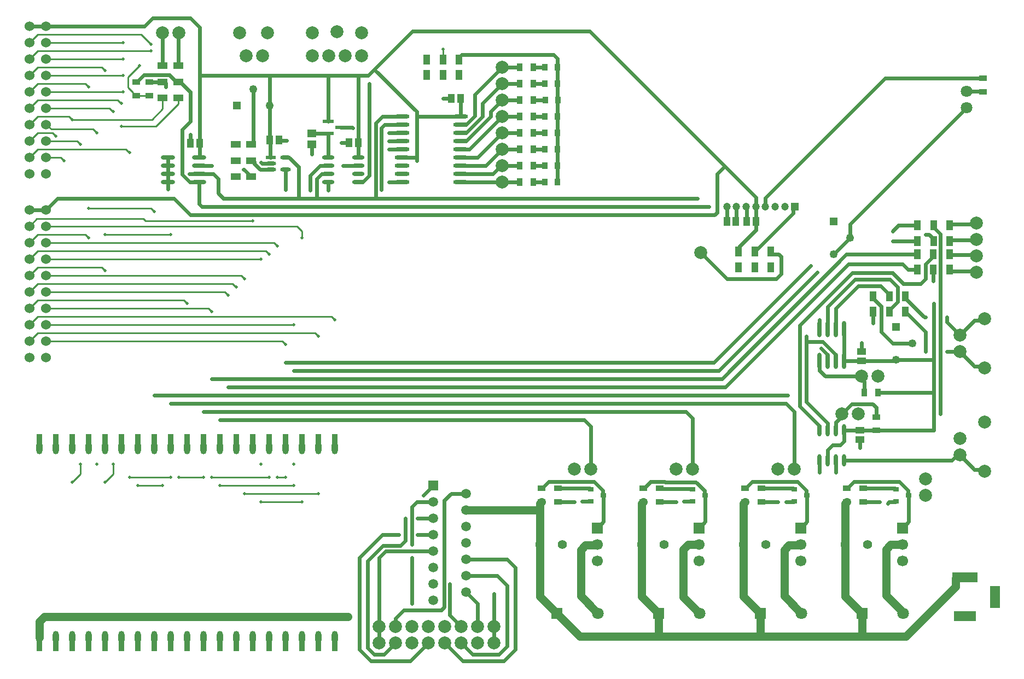
<source format=gtl>
G04*
G04 #@! TF.GenerationSoftware,Altium Limited,Altium Designer,23.4.1 (23)*
G04*
G04 Layer_Physical_Order=1*
G04 Layer_Color=255*
%FSLAX26Y26*%
%MOIN*%
G70*
G04*
G04 #@! TF.SameCoordinates,7CE1F54E-F9D9-4D57-B496-837467B0791C*
G04*
G04*
G04 #@! TF.FilePolarity,Positive*
G04*
G01*
G75*
%ADD16C,0.010000*%
%ADD19R,0.039370X0.062992*%
%ADD20O,0.090551X0.023622*%
%ADD21O,0.027559X0.098425*%
%ADD22O,0.023622X0.074803*%
%ADD23R,0.047244X0.035433*%
%ADD24R,0.035433X0.047244*%
%ADD25R,0.053394X0.043490*%
%ADD26R,0.035433X0.031496*%
%ADD27R,0.035433X0.043307*%
%ADD28R,0.043307X0.053150*%
%ADD29R,0.062992X0.039370*%
%ADD30R,0.043490X0.053394*%
%ADD31O,0.074803X0.023622*%
G04:AMPARAMS|DCode=32|XSize=64.499mil|YSize=24.329mil|CornerRadius=12.165mil|HoleSize=0mil|Usage=FLASHONLY|Rotation=0.000|XOffset=0mil|YOffset=0mil|HoleType=Round|Shape=RoundedRectangle|*
%AMROUNDEDRECTD32*
21,1,0.064499,0.000000,0,0,0.0*
21,1,0.040170,0.024329,0,0,0.0*
1,1,0.024329,0.020085,0.000000*
1,1,0.024329,-0.020085,0.000000*
1,1,0.024329,-0.020085,0.000000*
1,1,0.024329,0.020085,0.000000*
%
%ADD32ROUNDEDRECTD32*%
%ADD33R,0.064499X0.024329*%
%ADD34R,0.055118X0.047244*%
%ADD35O,0.086614X0.023622*%
%ADD36R,0.070866X0.023622*%
%ADD67C,0.024000*%
%ADD68C,0.050000*%
%ADD69C,0.070866*%
%ADD70R,0.047244X0.047244*%
%ADD71C,0.047244*%
%ADD72C,0.059055*%
%ADD73R,0.059055X0.059055*%
%ADD74O,0.037402X0.078740*%
%ADD75R,0.035433X0.059055*%
%ADD76C,0.078740*%
%ADD77C,0.060000*%
%ADD78R,0.070866X0.070866*%
%ADD79C,0.049213*%
%ADD80R,0.049213X0.049213*%
%ADD81R,0.066929X0.066929*%
%ADD82C,0.066929*%
%ADD83C,0.055118*%
%ADD84R,0.157480X0.059055*%
%ADD85R,0.137795X0.059055*%
%ADD86R,0.059055X0.137795*%
%ADD87R,0.049213X0.049213*%
%ADD88C,0.020000*%
%ADD89C,0.050000*%
D16*
X3600000Y4697244D02*
Y4760000D01*
X1080000Y3680000D02*
X1125000Y3725000D01*
X1775698D01*
X1787748Y3712950D02*
X2441152D01*
X1775698Y3725000D02*
X1787748Y3712950D01*
X2710000Y3680000D02*
X2740000Y3650000D01*
X1180000Y3680000D02*
X2710000D01*
X2740000Y3610000D02*
Y3650000D01*
X2570000Y3580000D02*
X2590000Y3560000D01*
X1180000Y3580000D02*
X2570000D01*
X1180000Y3480000D02*
X2490000D01*
X1180000Y3380000D02*
X2370000D01*
X1080000Y3480000D02*
X1130000Y3530000D01*
X2370000Y3380000D02*
X2390000Y3360000D01*
X2520000Y3530000D02*
X2540000Y3510000D01*
X1130000Y3530000D02*
X2520000D01*
X1820000Y3790000D02*
X1840000Y3770000D01*
X1440000Y3790000D02*
X1820000D01*
X1130000Y3130000D02*
X2920000D01*
X2940000Y3110000D01*
X1180000Y2980000D02*
X2620000D01*
X2640000Y2960000D01*
X1130000Y3030000D02*
X2820000D01*
X2840000Y3010000D01*
X2590000Y2150000D02*
X2640000D01*
X2490000Y2000000D02*
X2740000D01*
X2390000Y2050000D02*
X2840000D01*
X2190000Y2150000D02*
X2540000D01*
X1990000D02*
X2140000D01*
X1690000D02*
X1940000D01*
X2240000Y2100000D02*
X2690000D01*
X1540000Y2120000D02*
X1590000Y2170000D01*
Y2230000D01*
X1740000Y2100000D02*
X1890000D01*
X1180000Y3080000D02*
X2690000D01*
X1180000Y3280000D02*
X2270000D01*
X2290000Y3260000D01*
X1180000Y3180000D02*
X2170000D01*
X2190000Y3160000D01*
X2020000Y3230000D02*
X2040000Y3210000D01*
X1130000Y3230000D02*
X2020000D01*
X1680000Y4590000D02*
X1750000Y4660000D01*
X1724094Y4477323D02*
X1730000D01*
X1711378Y4490039D02*
X1724094Y4477323D01*
X1711378Y4490039D02*
Y4495945D01*
X1680000Y4527323D02*
X1711378Y4495945D01*
X1680000Y4527323D02*
Y4590000D01*
X1730000Y4477323D02*
X1810000D01*
X1640000Y4290000D02*
X1850000D01*
X1987244Y4427244D02*
Y4461575D01*
X1850000Y4290000D02*
X1987244Y4427244D01*
X1892756Y4395371D02*
Y4461575D01*
X1340000Y4330000D02*
X1827385D01*
X1892756Y4395371D01*
X1540000Y3630000D02*
X1940000D01*
X1130000Y4850000D02*
X1760000D01*
X1820000Y4790000D01*
X1130000Y4750000D02*
X1820000D01*
X1520000Y4650000D02*
X1540000Y4630000D01*
X1130000Y4650000D02*
X1520000D01*
X1180000Y4600000D02*
X1650000D01*
X1180000Y4500000D02*
X1650000D01*
X1687573Y4130000D02*
X1690000D01*
X1130000Y4150000D02*
X1667573D01*
X1687573Y4130000D01*
X1130000Y4450000D02*
X1617573D01*
X1637573Y4430000D02*
X1640000D01*
X1617573Y4450000D02*
X1637573Y4430000D01*
X1340000Y2120000D02*
X1390000Y2170000D01*
Y2230000D01*
X1180000Y4800000D02*
X1650000D01*
X1180000Y4700000D02*
X1650000D01*
X1567573Y4400000D02*
X1587573Y4380000D01*
X1180000Y4400000D02*
X1567573D01*
X1587573Y4380000D02*
X1590000D01*
X1468827Y4271173D02*
X1490000Y4250000D01*
X1214813Y4271173D02*
X1468827D01*
X1185986Y4300000D02*
X1214813Y4271173D01*
X1180000Y4300000D02*
X1185986D01*
X1370000Y4200000D02*
X1390000Y4180000D01*
X1220000Y4250000D02*
X1240000Y4230000D01*
X1180000Y4200000D02*
X1370000D01*
X1130000Y4250000D02*
X1220000D01*
X1130000Y3630000D02*
X1420000D01*
X1440000Y3610000D01*
X1080000Y4200000D02*
X1130000Y4250000D01*
X1080000Y3080000D02*
X1130000Y3130000D01*
X1080000Y2980000D02*
X1130000Y3030000D01*
X1270000Y4100000D02*
X1290000Y4080000D01*
X1180000Y4100000D02*
X1270000D01*
X1080000Y3180000D02*
X1130000Y3230000D01*
Y4550000D02*
X1420000D01*
X1440000Y4530000D01*
X1320000Y4350000D02*
X1340000Y4330000D01*
X1130000Y4350000D02*
X1320000D01*
X1080000Y4400000D02*
X1130000Y4450000D01*
X1080000Y4300000D02*
X1130000Y4350000D01*
Y3330000D02*
X2317573D01*
X1080000Y3280000D02*
X1130000Y3330000D01*
X2317573D02*
X2337573Y3310000D01*
X1520000Y3430000D02*
X1540000Y3410000D01*
X1130000Y3430000D02*
X1520000D01*
X2337573Y3310000D02*
X2340000D01*
X1080000Y3380000D02*
X1130000Y3430000D01*
X1080000Y4800000D02*
X1130000Y4850000D01*
X1080000Y4700000D02*
X1130000Y4750000D01*
X1080000Y4600000D02*
X1130000Y4650000D01*
X1080000Y4500000D02*
X1130000Y4550000D01*
X1080000Y4100000D02*
X1130000Y4150000D01*
X1080000Y3580000D02*
X1130000Y3630000D01*
X2530000Y4851399D02*
Y4870000D01*
X2800000Y4245000D02*
X2800197Y4245197D01*
X2432244Y4178425D02*
X2445000Y4191181D01*
X2395630Y4724370D02*
X2400000Y4720000D01*
D19*
X3501575Y4602756D02*
D03*
X3600000D02*
D03*
X3698425D02*
D03*
X3501575Y4697244D02*
D03*
X3600000D02*
D03*
X3698425D02*
D03*
X6418425Y3252244D02*
D03*
X6320000D02*
D03*
X6221575D02*
D03*
X6418425Y3157756D02*
D03*
X6320000D02*
D03*
X6221575D02*
D03*
X6491575Y3590512D02*
D03*
X6590000D02*
D03*
X6688425D02*
D03*
X6491575Y3685000D02*
D03*
X6590000D02*
D03*
X6688425D02*
D03*
X6490000Y3415000D02*
D03*
X6588425D02*
D03*
X6686850D02*
D03*
X6490000Y3509488D02*
D03*
X6588425D02*
D03*
X6686850D02*
D03*
X5401575Y3430000D02*
D03*
X5500000D02*
D03*
X5598425D02*
D03*
X5401575Y3524488D02*
D03*
X5500000D02*
D03*
X5598425D02*
D03*
D20*
X3708268Y3950000D02*
D03*
Y4000000D02*
D03*
Y4050000D02*
D03*
Y4100000D02*
D03*
Y4150000D02*
D03*
Y4200000D02*
D03*
Y4250000D02*
D03*
Y4300000D02*
D03*
Y4350000D02*
D03*
X3350000Y3950000D02*
D03*
Y4000000D02*
D03*
Y4050000D02*
D03*
Y4100000D02*
D03*
Y4150000D02*
D03*
Y4200000D02*
D03*
Y4250000D02*
D03*
Y4300000D02*
D03*
Y4350000D02*
D03*
D21*
X5895000Y2858543D02*
D03*
X5945000D02*
D03*
X5995000D02*
D03*
X6045000D02*
D03*
X5895000Y3051457D02*
D03*
X5945000D02*
D03*
X5995000D02*
D03*
X6045000D02*
D03*
D22*
Y2437520D02*
D03*
X5995000D02*
D03*
X5945000D02*
D03*
X5895000D02*
D03*
X6045000Y2252480D02*
D03*
X5995000D02*
D03*
X5945000D02*
D03*
X5895000D02*
D03*
D23*
X6240000Y2517677D02*
D03*
Y2435000D02*
D03*
X6160000Y1998661D02*
D03*
Y2081339D02*
D03*
X6060000Y1998661D02*
D03*
Y2081339D02*
D03*
X5540000Y1998661D02*
D03*
Y2081339D02*
D03*
X5440000Y1998661D02*
D03*
Y2081339D02*
D03*
X4200000Y1998661D02*
D03*
Y2081339D02*
D03*
X4300000Y1998661D02*
D03*
Y2081339D02*
D03*
X4820000Y1998661D02*
D03*
Y2081339D02*
D03*
X4920000Y1998661D02*
D03*
Y2081339D02*
D03*
X6890000Y4498661D02*
D03*
Y4581339D02*
D03*
X1810000Y4560000D02*
D03*
Y4477323D02*
D03*
X1730000Y4560000D02*
D03*
Y4477323D02*
D03*
D24*
X6168661Y2665000D02*
D03*
X6251339D02*
D03*
X4151339Y3950000D02*
D03*
X4068661D02*
D03*
X4151339Y4050000D02*
D03*
X4068661D02*
D03*
X4151339Y4550000D02*
D03*
X4068661D02*
D03*
X4151339Y4650000D02*
D03*
X4068661D02*
D03*
X4151339Y4450000D02*
D03*
X4068661D02*
D03*
X4150000Y4350000D02*
D03*
X4067323D02*
D03*
X4151339Y4150000D02*
D03*
X4068661D02*
D03*
X4151339Y4250000D02*
D03*
X4068661D02*
D03*
D25*
X6140000Y2435000D02*
D03*
Y2379427D02*
D03*
X6150000Y2859427D02*
D03*
Y2915000D02*
D03*
D26*
X6439370Y2040000D02*
D03*
X6360630Y2002599D02*
D03*
Y2077402D02*
D03*
X5819370Y2040000D02*
D03*
X5740630Y2002599D02*
D03*
Y2077402D02*
D03*
X5199370Y2040000D02*
D03*
X5120630Y2002599D02*
D03*
Y2077402D02*
D03*
X4579370Y2040000D02*
D03*
X4500630Y2002599D02*
D03*
Y2077402D02*
D03*
D27*
X4300000Y4450000D02*
D03*
X4225197D02*
D03*
X4297402Y3950000D02*
D03*
X4222598D02*
D03*
X4297402Y4050000D02*
D03*
X4222598D02*
D03*
X4297402Y4550000D02*
D03*
X4222598D02*
D03*
X4297402Y4350000D02*
D03*
X4222598D02*
D03*
X4297402Y4150000D02*
D03*
X4222598D02*
D03*
X4297402Y4650000D02*
D03*
X4222598D02*
D03*
X4297402Y4250000D02*
D03*
X4222598D02*
D03*
D28*
X5330000Y3710000D02*
D03*
X5385118D02*
D03*
X5452441D02*
D03*
X5507559D02*
D03*
D29*
X2432244Y3981575D02*
D03*
Y4080000D02*
D03*
Y4178425D02*
D03*
X2337756Y3981575D02*
D03*
Y4080000D02*
D03*
Y4178425D02*
D03*
X1892756Y4658425D02*
D03*
Y4560000D02*
D03*
Y4461575D02*
D03*
X1987244Y4658425D02*
D03*
Y4560000D02*
D03*
Y4461575D02*
D03*
D30*
X2545000Y4205000D02*
D03*
X2600573D02*
D03*
X2117787Y4185000D02*
D03*
X2062213D02*
D03*
X3085000Y4190000D02*
D03*
X3029427D02*
D03*
X3707787Y4460000D02*
D03*
X3652213D02*
D03*
D31*
X3085039Y3950000D02*
D03*
Y4000000D02*
D03*
Y4050000D02*
D03*
Y4100000D02*
D03*
X2900000Y3950000D02*
D03*
Y4000000D02*
D03*
Y4050000D02*
D03*
Y4100000D02*
D03*
D32*
X2641828D02*
D03*
Y4025197D02*
D03*
X2550000D02*
D03*
Y4062598D02*
D03*
D33*
Y4100000D02*
D03*
D34*
X2800000Y4245000D02*
D03*
Y4178071D02*
D03*
D35*
X2114488Y3950000D02*
D03*
Y4000000D02*
D03*
Y4050000D02*
D03*
Y4100000D02*
D03*
X1925512Y3950000D02*
D03*
Y4000000D02*
D03*
Y4050000D02*
D03*
Y4100000D02*
D03*
D36*
X2900000Y4320000D02*
D03*
Y4245197D02*
D03*
X2978740Y4282598D02*
D03*
D67*
X5507362Y3710197D02*
X5507559Y3710000D01*
X5507362Y3710197D02*
Y3799803D01*
X5507165Y3800000D02*
X5507362Y3799803D01*
X5170000Y3520000D02*
X5330000Y3360000D01*
X5630000D01*
X5660000Y3390000D01*
Y3495941D01*
X5645941Y3510000D02*
X5660000Y3495941D01*
X5606110Y3510000D02*
X5645941D01*
X5598425Y3517685D02*
X5606110Y3510000D01*
X5598425Y3517685D02*
Y3524488D01*
X5519496Y3543984D02*
X5734371Y3758859D01*
Y3790985D01*
X5743386Y3800000D01*
X5500000Y3524488D02*
Y3536299D01*
X5507685Y3543984D02*
X5519496D01*
X5500000Y3536299D02*
X5507685Y3543984D01*
X5409260Y3559260D02*
X5507559Y3657559D01*
Y3710000D01*
X5409260Y3532173D02*
Y3559260D01*
X5401575Y3524488D02*
X5409260Y3532173D01*
X2130000Y3800000D02*
X2640000D01*
X5220000D01*
X3224000Y3904000D02*
Y4279941D01*
X3244059Y4300000D01*
X3350000Y4100000D02*
X3440000D01*
Y4080000D02*
Y4100000D01*
Y4350000D01*
X3708216D01*
X3708027Y4350189D02*
X3708216Y4350000D01*
X3708027Y4350189D02*
Y4459760D01*
X3708216Y4350000D02*
X3708268D01*
X3707787Y4460000D02*
X3708027Y4459760D01*
X3440000Y4350000D02*
Y4380000D01*
X4297402Y4350000D02*
Y4550000D01*
X3714370Y4725000D02*
X4275000D01*
X3698425Y4709055D02*
X3714370Y4725000D01*
X3698425Y4697244D02*
Y4709055D01*
X4297402Y4650000D02*
Y4702598D01*
X4275000Y4725000D02*
X4297402Y4702598D01*
X5255941Y3750000D02*
X5270000Y3764059D01*
X1960000Y3850000D02*
X2060000Y3750000D01*
X5255941D01*
X5270000Y3764059D02*
Y4000000D01*
X2114488Y3815512D02*
X2130000Y3800000D01*
X2114488Y3815512D02*
Y3950000D01*
X5995000Y2180000D02*
Y2252480D01*
X5895000Y2180000D02*
Y2252480D01*
X2114488Y4050000D02*
X2190000D01*
X3270000Y3950000D02*
X3350000D01*
X3270000Y4150000D02*
X3350000D01*
X3270000Y4200000D02*
X3350000D01*
X5566221Y3853898D02*
X6293661Y4581339D01*
X3270000Y4250000D02*
X3350000D01*
X3244059Y4300000D02*
X3350000D01*
X3190000Y3850000D02*
Y4310000D01*
X3230000Y4350000D01*
X3190000Y3850000D02*
X5150000D01*
X2830000D02*
X3190000D01*
X3110252Y3950000D02*
X3150000Y3989748D01*
Y4550000D01*
X2900000Y3900000D02*
Y3950000D01*
X3047402Y4282598D02*
X3050000Y4280000D01*
X2978740Y4282598D02*
X3047402D01*
X6221575Y3091575D02*
Y3157756D01*
X6220000Y3090000D02*
X6221575Y3091575D01*
X6150000Y2915000D02*
Y2970000D01*
X2800000Y4120000D02*
Y4178071D01*
X6540000Y3630000D02*
X6562323D01*
X6590000Y3602323D01*
Y3590512D02*
Y3602323D01*
X6356882Y1998850D02*
X6360630Y2002599D01*
X6318850Y1998850D02*
X6356882D01*
X6310000Y1990000D02*
X6318850Y1998850D01*
X5690000Y2000000D02*
X5738031D01*
X5066596Y2002510D02*
X5066685Y2002599D01*
X5120630D01*
X4449107Y2002775D02*
X4449283Y2002599D01*
X4500630D01*
X6140000Y2330000D02*
Y2379427D01*
X3600000Y4460000D02*
X3652213D01*
X2980000Y4190000D02*
X3029427D01*
X2600573Y4205000D02*
X2608285D01*
X2610318Y4202967D02*
X2647033D01*
X2608285Y4205000D02*
X2610318Y4202967D01*
X2060000Y4187213D02*
Y4240000D01*
X3910000Y1140000D02*
Y1240000D01*
X5317165Y4047165D02*
X5507165Y3857165D01*
X4494331Y4870000D02*
X5317165Y4047165D01*
X5270000Y4000000D02*
X5317165Y4047165D01*
X1250000Y3850000D02*
X1960000D01*
X1180000Y3780000D02*
X1250000Y3850000D01*
X1080000Y3780000D02*
X1180000D01*
X3940000Y1070000D02*
X3990000Y1120000D01*
X3930000Y1550000D02*
X3990000Y1490000D01*
Y1120000D02*
Y1490000D01*
X3780000Y1070000D02*
X3940000D01*
X3710000Y1140000D02*
X3780000Y1070000D01*
X3090000Y1100000D02*
Y1660000D01*
X3230000Y1800000D02*
X3330000D01*
X3090000Y1660000D02*
X3230000Y1800000D01*
X3140000Y1110000D02*
Y1640000D01*
X3234000Y1734000D01*
X3140000Y1110000D02*
X3180000Y1070000D01*
X3240000D01*
X3310000Y1140000D01*
X3160000Y1030000D02*
X3400000D01*
X3510000Y1140000D01*
X3090000Y1100000D02*
X3160000Y1030000D01*
X2990000Y4050000D02*
X3085039D01*
X2900000Y4600000D02*
X3080000D01*
X3085039Y3950000D02*
X3110252D01*
X3910000Y1240000D02*
Y1440000D01*
X5250000Y2850000D02*
X5840000Y3440000D01*
X2640000Y2850000D02*
X5250000D01*
X5320000Y2700000D02*
X6070000Y3450000D01*
X2690000Y2800000D02*
X5280000D01*
X5300000Y2750000D02*
X6059488Y3509488D01*
X6490000D01*
X2290000Y2700000D02*
X5320000D01*
X5280000Y2800000D02*
X5880000Y3400000D01*
X6070000Y3450000D02*
X6400000D01*
X2190000Y2750000D02*
X5300000D01*
X6340000Y3650000D02*
X6375000Y3685000D01*
X6491575D01*
X6340000Y3590512D02*
X6491575D01*
X6400000Y3450000D02*
X6435000Y3415000D01*
X6490000D01*
X6095000Y3395000D02*
X6340000D01*
X6405000Y3330000D01*
X6510000D01*
X5775000Y3075000D02*
X6095000Y3395000D01*
X5775000Y2582732D02*
Y3075000D01*
X5945000Y3051457D02*
Y3190000D01*
X6110000Y3355000D02*
X6325000D01*
X5945000Y3190000D02*
X6110000Y3355000D01*
X1840000Y2650000D02*
X5700000D01*
X5740000Y2200000D02*
Y2550000D01*
X5690000Y2600000D02*
X5740000Y2550000D01*
X1940000Y2600000D02*
X5690000D01*
X5995000Y3180000D02*
X6130000Y3315000D01*
X6540370Y3360370D02*
Y3449622D01*
X6630000Y2765000D02*
Y3374281D01*
X5895000Y2437520D02*
Y2462732D01*
X6269055Y3315000D02*
X6320000Y3264055D01*
X6588425Y3346611D02*
Y3415000D01*
X6130000Y3315000D02*
X6269055D01*
X6320000Y3252244D02*
Y3264055D01*
X6325000Y3355000D02*
X6370000Y3310000D01*
X6586786Y3344971D02*
X6588425Y3346611D01*
X6630000Y2535000D02*
Y2765000D01*
Y3374281D02*
X6631685Y3375966D01*
X6510000Y3330000D02*
X6540370Y3360370D01*
X6370000Y3219567D02*
Y3310000D01*
X5775000Y2582732D02*
X5895000Y2462732D01*
X6320000Y3169567D02*
X6370000Y3219567D01*
X2140000Y2550000D02*
X5080000D01*
X5120000Y2200000D02*
Y2510000D01*
X5080000Y2550000D02*
X5120000Y2510000D01*
X2240000Y2500000D02*
X4460000D01*
X5815000Y2610000D02*
Y3010000D01*
Y2610000D02*
X5945000Y2480000D01*
Y2437520D02*
Y2480000D01*
X4500000Y2200000D02*
Y2460000D01*
X4460000Y2500000D02*
X4500000Y2460000D01*
X1750000Y4900000D02*
X1780000D01*
X1180000D02*
X1750000D01*
X1830000Y4950000D02*
X2060000D01*
X2117787Y4597787D02*
Y4892213D01*
X2060000Y4950000D02*
X2117787Y4892213D01*
X1780000Y4900000D02*
X1830000Y4950000D01*
X1080000Y4900000D02*
X1180000D01*
X1925323Y3949811D02*
X1925512Y3950000D01*
X1925000Y3905000D02*
X1925323Y3905323D01*
Y3949811D01*
X1891378Y4659803D02*
X1892756Y4658425D01*
X1891378Y4659803D02*
Y4858622D01*
X1890000Y4860000D02*
X1891378Y4858622D01*
X5738031Y2000000D02*
X5740630Y2002599D01*
X3642000Y1308000D02*
X3710000Y1240000D01*
X3310000D02*
Y1290000D01*
X3360000Y1340000D02*
X3590000D01*
X3608000Y1358000D01*
Y2008000D01*
X3310000Y1290000D02*
X3360000Y1340000D01*
X3642000Y1308000D02*
Y1500000D01*
X3608000Y2008000D02*
X3650000Y2050000D01*
X3740000Y1650000D02*
X3990000D01*
X4040000Y1600000D01*
X3446000Y1900000D02*
X3540000D01*
X3446000Y1800000D02*
X3540000D01*
X3480000Y2040000D02*
X3540000Y2100000D01*
X3410000Y1380000D02*
Y1660000D01*
X3250000Y1700000D02*
X3540000D01*
X3410000Y1740000D02*
Y1970000D01*
X3210000Y1660000D02*
X3250000Y1700000D01*
X3210000Y1240000D02*
Y1660000D01*
X3234000Y1734000D02*
X3340000D01*
X3210000Y1140000D02*
Y1240000D01*
X3340000Y1734000D02*
X3370000Y1764000D01*
Y1900000D01*
X3410000Y1970000D02*
X3440000Y2000000D01*
X3540000D01*
X3740000Y1450000D02*
X3810000Y1380000D01*
Y1240000D02*
Y1380000D01*
X4040000Y1100000D02*
Y1600000D01*
X3970000Y1030000D02*
X4040000Y1100000D01*
X3740000Y1550000D02*
X3930000D01*
X3610000Y1140000D02*
X3720000Y1030000D01*
X3970000D01*
X3650000Y2050000D02*
X3740000D01*
X6354556Y2865000D02*
X6590000D01*
Y2435000D02*
Y2865000D01*
X5975000Y2345000D02*
X6020000D01*
X5995189Y2437709D02*
Y2485376D01*
X6091370Y2596370D02*
X6218630D01*
X6030000Y2535000D02*
X6091370Y2596370D01*
X6418425Y3240433D02*
Y3252244D01*
X6320000Y3157756D02*
Y3169567D01*
X6221575Y3240433D02*
X6270000Y3192008D01*
X6221575Y3240433D02*
Y3252244D01*
X6240000Y2517677D02*
Y2575000D01*
X6030000Y2520187D02*
Y2535000D01*
X5995189Y2485376D02*
X6030000Y2520187D01*
X5995000Y2437520D02*
X5995189Y2437709D01*
X6218630Y2596370D02*
X6240000Y2575000D01*
X6150000Y2750187D02*
X6168661Y2731526D01*
X6150000Y2750187D02*
Y2765000D01*
X6168661Y2665000D02*
Y2731526D01*
X5945000Y2252480D02*
X5945189Y2252669D01*
Y2315189D01*
X6045189Y2435000D02*
X6140000D01*
X6045000Y2435189D02*
Y2437520D01*
X6140000Y2435000D02*
X6240000D01*
X5945189Y2315189D02*
X5975000Y2345000D01*
X6045000Y2435189D02*
X6045189Y2435000D01*
X6020000Y2345000D02*
X6044811Y2369811D01*
Y2437331D02*
X6045000Y2437520D01*
X6044811Y2369811D02*
Y2437331D01*
X5895000Y2858543D02*
X5895681Y2857862D01*
X5904576Y2935000D02*
X5945000Y2894576D01*
X5930000Y2765000D02*
X6150000D01*
X6045442Y2858985D02*
X6149558D01*
X6045000Y2858543D02*
X6045442Y2858985D01*
X6149558D02*
X6150000Y2859427D01*
X5945000Y2858543D02*
Y2894576D01*
X5995000Y2858543D02*
Y2894576D01*
X5895681Y2799319D02*
Y2857862D01*
Y2799319D02*
X5930000Y2765000D01*
X6340000Y2965000D02*
X6461378D01*
X6348982Y2859427D02*
X6354556Y2865000D01*
X6270000Y3035000D02*
X6340000Y2965000D01*
X6270000Y3035000D02*
Y3192008D01*
X6150000Y2859427D02*
X6348982D01*
X6045000Y2858543D02*
Y3051457D01*
X5829059Y2975000D02*
X5914576D01*
X5995000Y2894576D01*
Y3051457D02*
Y3180000D01*
X5895000Y3051457D02*
Y3109745D01*
X6045000Y2252480D02*
X6702668D01*
X6240000Y2435000D02*
X6590000D01*
X6418425Y3157756D02*
X6540000Y3036181D01*
X6418425Y3240433D02*
X6533858Y3125000D01*
X6889526Y3104526D02*
X6900000Y3115000D01*
X6839526Y3104526D02*
X6889526D01*
X6750000Y3015000D02*
X6839526Y3104526D01*
X6750000Y2915000D02*
X6839526Y2825474D01*
X6889526D01*
X6670000Y3095000D02*
Y3125000D01*
Y3095000D02*
X6750000Y3015000D01*
X6670000Y2915000D02*
X6750000D01*
X6889526Y2825474D02*
X6900000Y2815000D01*
X6842500Y3692500D02*
X6850000Y3700000D01*
X6845256Y3595256D02*
X6850000Y3600000D01*
X6845256Y3504744D02*
X6850000Y3500000D01*
X6842500Y3407500D02*
X6850000Y3400000D01*
X6590000Y3673189D02*
X6631685Y3631504D01*
X6590000Y2865000D02*
Y3208183D01*
X6631685Y3375966D02*
Y3631504D01*
X6693169Y3595256D02*
X6845256D01*
X6688425Y3590512D02*
X6693169Y3595256D01*
X6691595Y3504744D02*
X6845256D01*
X6686850Y3509488D02*
X6691595Y3504744D01*
X6533858Y3125000D02*
X6540000D01*
Y2915000D02*
Y3036181D01*
X6588425Y3497677D02*
Y3509488D01*
X6540370Y3449622D02*
X6588425Y3497677D01*
X6686850Y3415000D02*
X6694350Y3407500D01*
X6842500D01*
X6695925Y3692500D02*
X6842500D01*
X6688425Y3685000D02*
X6695925Y3692500D01*
X6590000Y3673189D02*
Y3685000D01*
X6702668Y2252480D02*
X6735187Y2285000D01*
X6750000D01*
X6839526Y2195474D01*
X6889526D01*
X6900000Y2185000D01*
X6251339Y2665000D02*
X6575941D01*
X4540000Y1840000D02*
X4579370Y1879370D01*
X4300000Y1998661D02*
X4398661D01*
X4400000Y2000000D01*
X4494724Y2081339D02*
X4498661Y2077402D01*
X4577402Y2040000D02*
X4579370D01*
X4573654Y2043748D02*
X4577402Y2040000D01*
X4573654Y2043748D02*
Y2068955D01*
X4521554Y2121055D02*
X4573654Y2068955D01*
X4579370Y1879370D02*
Y2040000D01*
X4498661Y2077402D02*
X4500630D01*
X4200000Y2081339D02*
X4205905D01*
X4300000D02*
X4494724D01*
X4245622Y2121055D02*
X4521554D01*
X4205905Y2081339D02*
X4245622Y2121055D01*
X6433654Y2043748D02*
X6437402Y2040000D01*
X6400000Y1840000D02*
X6439370Y1879370D01*
Y2040000D01*
X6433654Y2043748D02*
Y2068955D01*
X6437402Y2040000D02*
X6439370D01*
X6381554Y2121055D02*
X6433654Y2068955D01*
X6060000Y2081339D02*
X6065905D01*
X5813654Y2043748D02*
X5817402Y2040000D01*
X5813654Y2043748D02*
Y2068955D01*
X6354724Y2081339D02*
X6358661Y2077402D01*
X5817402Y2040000D02*
X5819370D01*
X6105622Y2121055D02*
X6381554D01*
X6358661Y2077402D02*
X6360630D01*
X6160000Y2081339D02*
X6354724D01*
X6065905D02*
X6105622Y2121055D01*
X5445905Y2081339D02*
X5485622Y2121055D01*
X5199370Y1879370D02*
Y2040000D01*
X5197402D02*
X5199370D01*
X5160000Y1840000D02*
X5199370Y1879370D01*
X5193654Y2043748D02*
X5197402Y2040000D01*
X5142609Y2120000D02*
X5193654Y2068955D01*
Y2043748D02*
Y2068955D01*
X4953790Y2120000D02*
X5142609D01*
X4921968Y2079370D02*
X5118661D01*
X5120630Y2077402D01*
X6160000Y1998661D02*
X6258661D01*
X6260000Y2000000D01*
X4825717Y2087055D02*
X4831622D01*
X4865622Y2121055D01*
X4920000Y1998661D02*
X5018661D01*
X4865622Y2121055D02*
X4952735D01*
X4820000Y2081339D02*
X4825717Y2087055D01*
X4920000Y2081339D02*
X4921968Y2079370D01*
X4952735Y2121055D02*
X4953790Y2120000D01*
X5018661Y1998661D02*
X5020000Y2000000D01*
X5485622Y2121055D02*
X5761554D01*
X5540000Y1998661D02*
X5638661D01*
X5738661Y2077402D02*
X5740630D01*
X5734724Y2081339D02*
X5738661Y2077402D01*
X5540000Y2081339D02*
X5734724D01*
X5440000D02*
X5445905D01*
X5638661Y1998661D02*
X5640000Y2000000D01*
X5761554Y2121055D02*
X5813654Y2068955D01*
X5780000Y1840000D02*
X5819370Y1879370D01*
Y2040000D01*
X5566221Y3800000D02*
Y3853898D01*
X6293661Y4581339D02*
X6890000D01*
X3415000Y4870000D02*
X4494331D01*
X5507165Y3800000D02*
Y3857165D01*
X2060000Y4320000D02*
Y4499055D01*
X2010000Y4270000D02*
X2060000Y4320000D01*
X2010000Y3997172D02*
Y4270000D01*
Y3997172D02*
X2056983Y3950189D01*
X2055255Y4000000D02*
X2200000D01*
X2114299Y3950189D02*
X2114488Y3950000D01*
X2056983Y3950189D02*
X2114299D01*
X2060000Y4187213D02*
X2062213Y4185000D01*
X1987244Y4560000D02*
X1999055D01*
X2060000Y4499055D01*
X1892756Y4560000D02*
X1902315D01*
X1910000Y4552315D01*
Y4530000D02*
Y4552315D01*
X1988622Y4858622D02*
X1990000Y4860000D01*
X1988622Y4659803D02*
Y4858622D01*
X1987244Y4658425D02*
X1988622Y4659803D01*
X1730000Y4560000D02*
X1735906D01*
X1777591Y4601685D02*
X1933748D01*
X1975433Y4560000D01*
X1735906D02*
X1777591Y4601685D01*
X1975433Y4560000D02*
X1987244D01*
X1810000D02*
X1892756D01*
X4151339Y3950000D02*
X4222598D01*
X4297402D02*
Y4050000D01*
X3230000Y4350000D02*
X3350000D01*
X3793339Y4483339D02*
X3960000Y4650000D01*
X4068661D01*
X4297402Y4550000D02*
Y4650000D01*
X4151339D02*
X4222598D01*
X2900000Y4100000D02*
Y4245197D01*
X3085020Y4100020D02*
X3085039Y4100000D01*
X3085020Y4100020D02*
Y4189980D01*
X3085000Y4190000D02*
X3085020Y4189980D01*
X2860000Y4000000D02*
X2900000D01*
X2830000Y3970000D02*
X2860000Y4000000D01*
X2850000Y4050000D02*
X2900000D01*
X2790000Y3990000D02*
X2850000Y4050000D01*
X3708268Y3950000D02*
X3960000D01*
X3708268Y4000000D02*
X3903411D01*
X3953411Y4050000D01*
X3960000Y3950000D02*
X4068661D01*
X3182500Y4637500D02*
X3440000Y4380000D01*
X3080000Y4600000D02*
X3145000D01*
X3080000D02*
X3085000Y4595000D01*
Y4190000D02*
Y4595000D01*
X2900000Y4320000D02*
Y4600000D01*
X2540000D02*
X2900000D01*
X3145000D02*
X3182500Y4637500D01*
X2800197Y4245197D02*
X2900000D01*
X2661913Y4100000D02*
X2720000Y4041913D01*
X3810000Y4100000D02*
X3960000Y4250000D01*
X3890000Y4380000D02*
X3960000Y4450000D01*
X3793339Y4351984D02*
Y4483339D01*
X3760189Y4150189D02*
X3960000Y4350000D01*
X3840000Y4430000D02*
X3960000Y4550000D01*
X4151339Y4250000D02*
X4222598D01*
X4151339Y4550000D02*
X4222598D01*
X4150000Y4350000D02*
X4222598D01*
X4151339Y4450000D02*
X4225197D01*
X3840000Y4348646D02*
Y4430000D01*
X3890000Y4348646D02*
Y4380000D01*
X3741354Y4200000D02*
X3890000Y4348646D01*
X3741543Y4250189D02*
X3840000Y4348646D01*
X3953411Y4050000D02*
X3960000D01*
X3860000D02*
X3960000Y4150000D01*
X3708268Y4050000D02*
X3860000D01*
X3960000Y4150000D02*
X4068661D01*
X3960000Y4050000D02*
X4068661D01*
X4297402D02*
Y4150000D01*
X3708268Y4100000D02*
X3810000D01*
X4151339Y4150000D02*
X4222598D01*
X4151339Y4050000D02*
X4222598D01*
X3960000Y4250000D02*
X4068661D01*
X3960000Y4550000D02*
X4068661D01*
X3960000Y4350000D02*
X4067323D01*
X3960000Y4450000D02*
X4068661D01*
X4297402Y4250000D02*
Y4350000D01*
Y4150000D02*
Y4250000D01*
X3708457Y4150189D02*
X3760189D01*
X3708268Y4200000D02*
X3741354D01*
X3708268Y4150000D02*
X3708457Y4150189D01*
X3741543Y4300189D02*
X3793339Y4351984D01*
X6889488Y4501850D02*
X6890000Y4501339D01*
X6793110Y4501850D02*
X6889488D01*
X5450275Y3712165D02*
X5452441Y3710000D01*
X5385118D02*
X5387087Y3711968D01*
Y3798032D02*
X5389055Y3800000D01*
X5330000Y3710000D02*
Y3800000D01*
X5387087Y3711968D02*
Y3798032D01*
X6081378Y3610000D02*
Y3692717D01*
X5981378Y3510000D02*
X6081378Y3610000D01*
X5448110Y3800000D02*
X5450275Y3797835D01*
Y3712165D02*
Y3797835D01*
X6792598Y4502362D02*
X6793110Y4501850D01*
X6081378Y3692717D02*
X6792598Y4403937D01*
X3182500Y4637500D02*
X3415000Y4870000D01*
X2830000Y3850000D02*
Y3970000D01*
X2641716Y3901109D02*
X2641828Y3901221D01*
X2720000Y3864059D02*
Y4041913D01*
X2641828Y3901221D02*
Y4025197D01*
X2790000Y3900000D02*
Y3990000D01*
X2230000Y3882571D02*
X2262571Y3850000D01*
X2230000Y3882571D02*
Y3970000D01*
X2262571Y3850000D02*
X2830000D01*
X2117787Y4100189D02*
Y4185000D01*
X2114488Y4100000D02*
X2117598D01*
X2117787Y4100189D01*
X1925512Y4000000D02*
Y4050000D01*
Y4100000D01*
X2120000Y4600000D02*
X2540000D01*
X2117787Y4185000D02*
Y4597787D01*
X2120000Y4600000D01*
X2549937Y4062661D02*
X2550000Y4062598D01*
X2641828Y4100000D02*
X2661913D01*
X2540000Y4600000D02*
X2545000Y4595000D01*
Y4205000D02*
Y4416378D01*
Y4595000D01*
X2547665Y4100000D02*
X2550000D01*
X2545000Y4205000D02*
X2547500Y4202500D01*
Y4100165D02*
Y4202500D01*
Y4100165D02*
X2547665Y4100000D01*
X2445000Y4191181D02*
Y4516378D01*
X2444055Y4080000D02*
X2451740Y4072315D01*
X2387171Y4026648D02*
X2432244Y3981575D01*
X2486720Y4025197D02*
X2550000D01*
X2451740Y4060177D02*
X2486720Y4025197D01*
X2451740Y4060177D02*
Y4072315D01*
X2432244Y4080000D02*
X2444055D01*
X2490000Y4070000D02*
X2497339Y4062661D01*
X2549937D01*
X2385941Y4026648D02*
X2387171D01*
X1925512Y3950000D02*
Y4000000D01*
X2200000D02*
X2230000Y3970000D01*
D68*
X1140000Y1173858D02*
Y1270000D01*
X1170000Y1300000D02*
X3020000D01*
X1140000Y1270000D02*
X1170000Y1300000D01*
X6421890Y1180000D02*
X6726260Y1484370D01*
X5540000Y1180000D02*
X6421890D01*
X6726260Y1484370D02*
Y1533583D01*
X6730787Y1538110D01*
X6780000D01*
X4191102Y1950000D02*
Y1989764D01*
Y1740000D02*
Y1950000D01*
X3740000D02*
X4191102D01*
X4435000Y1180000D02*
X4920000D01*
X4295000Y1320000D02*
X4435000Y1180000D01*
X4915000Y1185000D02*
X4920000Y1180000D01*
X4915000Y1185000D02*
Y1320000D01*
X4191102Y1423898D02*
Y1740000D01*
Y1423898D02*
X4295000Y1320000D01*
X4440000Y1707471D02*
X4469289Y1736761D01*
X4540000Y1635419D02*
Y1640000D01*
X4440000Y1425000D02*
Y1707471D01*
Y1425000D02*
X4545000Y1320000D01*
X5535000Y1185000D02*
X5540000Y1180000D01*
X5535000Y1185000D02*
Y1320000D01*
X4920000Y1180000D02*
X5540000D01*
X6155000Y1185000D02*
Y1320000D01*
X4536761Y1736761D02*
X4540000Y1740000D01*
X4469289Y1736761D02*
X4536761D01*
X4191102Y1989764D02*
X4200000Y1998661D01*
X5431102Y1740000D02*
Y1989764D01*
X5776761Y1736761D02*
X5780000Y1740000D01*
X5431102Y1989764D02*
X5440000Y1998661D01*
X4811102Y1989764D02*
X4820000Y1998661D01*
X4811102Y1423898D02*
Y1740000D01*
Y1989764D01*
Y1423898D02*
X4915000Y1320000D01*
X5094289Y1740000D02*
X5160000D01*
X5065000Y1420000D02*
Y1710711D01*
X5094289Y1740000D01*
X5065000Y1420000D02*
X5165000Y1320000D01*
X6051102Y1989764D02*
X6060000Y1998661D01*
X6051102Y1740000D02*
Y1989764D01*
X5680000Y1425000D02*
Y1707471D01*
X5431102Y1423898D02*
X5535000Y1320000D01*
X5431102Y1423898D02*
Y1740000D01*
X5680000Y1425000D02*
X5785000Y1320000D01*
X5680000Y1707471D02*
X5709289Y1736761D01*
X5776761D01*
X6051102Y1423898D02*
Y1740000D01*
X6300000Y1430646D02*
X6405000Y1325646D01*
X6051102Y1423898D02*
X6155000Y1320000D01*
X6300000Y1710711D02*
X6329289Y1740000D01*
X6405000Y1320000D02*
Y1325646D01*
X6329289Y1740000D02*
X6400000D01*
X6300000Y1430646D02*
Y1710711D01*
D69*
X6792598Y4502362D02*
D03*
Y4403937D02*
D03*
X6405000Y1320000D02*
D03*
X4545000D02*
D03*
X5785000D02*
D03*
X5165000D02*
D03*
D70*
X5743386Y3800000D02*
D03*
D71*
X5684331D02*
D03*
X5625276D02*
D03*
X5566221D02*
D03*
X5330000D02*
D03*
X5389055D02*
D03*
X5448110D02*
D03*
X5507165D02*
D03*
D72*
X3540000Y1400000D02*
D03*
X3740000Y1450000D02*
D03*
X3540000Y1500000D02*
D03*
X3740000Y1550000D02*
D03*
X3540000Y1600000D02*
D03*
X3740000Y1650000D02*
D03*
X3540000Y1700000D02*
D03*
X3740000Y1750000D02*
D03*
X3540000Y1800000D02*
D03*
X3740000Y1850000D02*
D03*
X3540000Y1900000D02*
D03*
X3740000Y1950000D02*
D03*
X3540000Y2000000D02*
D03*
X3740000Y2050000D02*
D03*
D73*
X3540000Y2100000D02*
D03*
D74*
X1440000Y2330000D02*
D03*
X1540000D02*
D03*
X1640000D02*
D03*
X1740000D02*
D03*
X1840000D02*
D03*
X1940000D02*
D03*
X2040000D02*
D03*
X2140000D02*
D03*
X2240000D02*
D03*
X2340000D02*
D03*
X2440000D02*
D03*
X2540000D02*
D03*
X2640000D02*
D03*
X2740000D02*
D03*
X2840000D02*
D03*
X2940000D02*
D03*
X1140000D02*
D03*
X1240000D02*
D03*
X1340000D02*
D03*
Y1173858D02*
D03*
X1240000D02*
D03*
X1140000D02*
D03*
X2940000D02*
D03*
X2840000D02*
D03*
X2740000D02*
D03*
X2640000D02*
D03*
X2540000D02*
D03*
X2440000D02*
D03*
X2340000D02*
D03*
X2240000D02*
D03*
X2140000D02*
D03*
X2040000D02*
D03*
X1940000D02*
D03*
X1840000D02*
D03*
X1740000D02*
D03*
X1640000D02*
D03*
X1540000D02*
D03*
X1440000D02*
D03*
D75*
Y2383150D02*
D03*
X1540000D02*
D03*
X1640000D02*
D03*
X1740000D02*
D03*
X1840000D02*
D03*
X1940000D02*
D03*
X2040000D02*
D03*
X2140000D02*
D03*
X2240000D02*
D03*
X2340000D02*
D03*
X2440000D02*
D03*
X2540000D02*
D03*
X2640000D02*
D03*
X2740000D02*
D03*
X2840000D02*
D03*
X2940000D02*
D03*
X1140000D02*
D03*
X1240000D02*
D03*
X1340000D02*
D03*
Y1120709D02*
D03*
X1240000D02*
D03*
X1140000D02*
D03*
X2940000D02*
D03*
X2840000D02*
D03*
X2740000D02*
D03*
X2640000D02*
D03*
X2540000D02*
D03*
X2440000D02*
D03*
X2340000D02*
D03*
X2240000D02*
D03*
X2140000D02*
D03*
X2040000D02*
D03*
X1940000D02*
D03*
X1840000D02*
D03*
X1740000D02*
D03*
X1640000D02*
D03*
X1540000D02*
D03*
X1440000D02*
D03*
D76*
X3910000Y1240000D02*
D03*
X3810000D02*
D03*
X3710000D02*
D03*
X3610000D02*
D03*
X3510000D02*
D03*
X3410000D02*
D03*
X3310000D02*
D03*
X3210000D02*
D03*
X3910000Y1140000D02*
D03*
X3810000D02*
D03*
X3710000D02*
D03*
X3610000D02*
D03*
X3510000D02*
D03*
X3410000D02*
D03*
X3310000D02*
D03*
X3210000D02*
D03*
X6900000Y2815000D02*
D03*
X6750000Y3015000D02*
D03*
Y2915000D02*
D03*
X6900000Y3115000D02*
D03*
Y2485000D02*
D03*
Y2185000D02*
D03*
X6250000Y2765000D02*
D03*
X6150000D02*
D03*
X6030000Y2535000D02*
D03*
X6130000D02*
D03*
X6750000Y2285000D02*
D03*
Y2385000D02*
D03*
X6850000Y3400000D02*
D03*
Y3500000D02*
D03*
Y3600000D02*
D03*
Y3700000D02*
D03*
X6540000Y2140000D02*
D03*
Y2040000D02*
D03*
X5740000Y2200000D02*
D03*
X5640000D02*
D03*
X5120000D02*
D03*
X5020000D02*
D03*
X4500000D02*
D03*
X4400000D02*
D03*
X2530000Y4860000D02*
D03*
X3960000Y4250000D02*
D03*
Y4650000D02*
D03*
Y4550000D02*
D03*
Y4450000D02*
D03*
Y4350000D02*
D03*
Y4150000D02*
D03*
Y4050000D02*
D03*
Y3950000D02*
D03*
X5170000Y3520000D02*
D03*
X2805000Y4720000D02*
D03*
X2905000D02*
D03*
X3005000D02*
D03*
X3105000D02*
D03*
X2805000Y4860000D02*
D03*
X3105000D02*
D03*
X2400000Y4720000D02*
D03*
X2500000D02*
D03*
X2360000Y4860000D02*
D03*
X2955000Y4865000D02*
D03*
X1890000Y4860000D02*
D03*
X1990000D02*
D03*
D77*
X1180000Y4000000D02*
D03*
Y4100000D02*
D03*
Y4200000D02*
D03*
Y4300000D02*
D03*
Y4400000D02*
D03*
Y4500000D02*
D03*
Y4600000D02*
D03*
Y4700000D02*
D03*
Y4800000D02*
D03*
Y4900000D02*
D03*
X1080000D02*
D03*
Y4800000D02*
D03*
Y4700000D02*
D03*
Y4600000D02*
D03*
Y4500000D02*
D03*
Y4400000D02*
D03*
Y4300000D02*
D03*
Y4200000D02*
D03*
Y4100000D02*
D03*
Y4000000D02*
D03*
X1180000Y2880000D02*
D03*
Y2980000D02*
D03*
Y3080000D02*
D03*
Y3180000D02*
D03*
Y3280000D02*
D03*
Y3380000D02*
D03*
Y3480000D02*
D03*
Y3580000D02*
D03*
Y3680000D02*
D03*
Y3780000D02*
D03*
X1080000D02*
D03*
Y3680000D02*
D03*
Y3580000D02*
D03*
Y3480000D02*
D03*
Y3380000D02*
D03*
Y3280000D02*
D03*
Y3180000D02*
D03*
Y3080000D02*
D03*
Y2980000D02*
D03*
Y2880000D02*
D03*
D78*
X6155000Y1320000D02*
D03*
X4295000D02*
D03*
X5535000D02*
D03*
X4915000D02*
D03*
D79*
X6361378Y2865000D02*
D03*
X6461378Y2965000D02*
D03*
X5981378Y3510000D02*
D03*
X6081378Y3610000D02*
D03*
X2545000Y4416378D02*
D03*
X2445000Y4516378D02*
D03*
D80*
X6361378Y3065000D02*
D03*
X5981378Y3710000D02*
D03*
D81*
X5160000Y1840000D02*
D03*
X5780000D02*
D03*
X6400000D02*
D03*
X4540000D02*
D03*
D82*
X5160000Y1740000D02*
D03*
Y1640000D02*
D03*
X5780000Y1740000D02*
D03*
Y1640000D02*
D03*
X6400000Y1740000D02*
D03*
Y1640000D02*
D03*
X4540000Y1740000D02*
D03*
Y1640000D02*
D03*
D83*
X5568898Y1740000D02*
D03*
X5431102D02*
D03*
X6188898D02*
D03*
X6051102D02*
D03*
X4328898D02*
D03*
X4191102D02*
D03*
X4948898D02*
D03*
X4811102D02*
D03*
D84*
X6780000Y1538110D02*
D03*
D85*
Y1301890D02*
D03*
D86*
X6965039Y1420000D02*
D03*
D87*
X2345000Y4416378D02*
D03*
D88*
X3600000Y4760000D02*
D03*
X3140000Y3800000D02*
D03*
X3224000Y3904000D02*
D03*
X3440000Y4080000D02*
D03*
X2441152Y3712950D02*
D03*
X5995000Y2180000D02*
D03*
X5895000D02*
D03*
X2190000Y4050000D02*
D03*
X3270000Y3950000D02*
D03*
Y4150000D02*
D03*
Y4200000D02*
D03*
Y4250000D02*
D03*
X3150000Y4550000D02*
D03*
X2900000Y3900000D02*
D03*
X3050000Y4280000D02*
D03*
X6220000Y3090000D02*
D03*
X6150000Y2970000D02*
D03*
X2800000Y4120000D02*
D03*
X6540000Y3630000D02*
D03*
X6310000Y1990000D02*
D03*
X5690000Y2000000D02*
D03*
X5066596Y2002510D02*
D03*
X4449107Y2002775D02*
D03*
X6140000Y2330000D02*
D03*
X3600000Y4460000D02*
D03*
X2980000Y4190000D02*
D03*
X2647033Y4202967D02*
D03*
X2060000Y4240000D02*
D03*
X1440000Y3790000D02*
D03*
X1840000Y3770000D02*
D03*
X2990000Y4050000D02*
D03*
X3910000Y1440000D02*
D03*
X2640000Y2850000D02*
D03*
X5840000Y3440000D02*
D03*
X5880000Y3400000D02*
D03*
X6340000Y3590512D02*
D03*
Y3650000D02*
D03*
X2690000Y2800000D02*
D03*
X2190000Y2750000D02*
D03*
X2290000Y2700000D02*
D03*
X6586786Y3344971D02*
D03*
X6590000Y3210000D02*
D03*
X1840000Y2650000D02*
D03*
X2140000Y2550000D02*
D03*
X1940000Y2600000D02*
D03*
X2240000Y2500000D02*
D03*
X2940000Y3110000D02*
D03*
X2640000Y2960000D02*
D03*
X2840000Y3010000D02*
D03*
X5700000Y2650000D02*
D03*
X2640000Y2150000D02*
D03*
X2590000D02*
D03*
X2740000Y2000000D02*
D03*
X2490000D02*
D03*
X2840000Y2050000D02*
D03*
X2540000Y2150000D02*
D03*
X2190000D02*
D03*
X2140000D02*
D03*
X1990000D02*
D03*
X1940000D02*
D03*
X1690000D02*
D03*
X2390000Y2050000D02*
D03*
X2690000Y2100000D02*
D03*
X2240000D02*
D03*
X1540000Y2120000D02*
D03*
X1740000Y2100000D02*
D03*
X1890000D02*
D03*
X2690000Y2230000D02*
D03*
Y3080000D02*
D03*
X2590000Y3560000D02*
D03*
X2490000Y2230000D02*
D03*
Y3480000D02*
D03*
X2390000Y3360000D02*
D03*
X2290000Y3260000D02*
D03*
X2190000Y3160000D02*
D03*
X2040000Y3210000D02*
D03*
X1750000Y4900000D02*
D03*
Y4660000D02*
D03*
X1640000Y4290000D02*
D03*
X1925000Y3905000D02*
D03*
X1940000Y3630000D02*
D03*
X1820000Y4790000D02*
D03*
Y4750000D02*
D03*
X1540000Y3630000D02*
D03*
Y4630000D02*
D03*
X1690000Y4130000D02*
D03*
X1640000Y4430000D02*
D03*
X5150000Y3850000D02*
D03*
X1340000Y2120000D02*
D03*
X1650000Y4800000D02*
D03*
Y4700000D02*
D03*
Y4600000D02*
D03*
Y4500000D02*
D03*
X1590000Y2230000D02*
D03*
Y4380000D02*
D03*
X1490000Y2230000D02*
D03*
Y4250000D02*
D03*
X1240000Y4230000D02*
D03*
X1440000Y3610000D02*
D03*
X1390000Y2230000D02*
D03*
Y4180000D02*
D03*
X1290000Y4080000D02*
D03*
X1440000Y4530000D02*
D03*
X1340000Y4330000D02*
D03*
X3642000Y1500000D02*
D03*
X3446000Y1800000D02*
D03*
Y1900000D02*
D03*
X3480000Y2040000D02*
D03*
X3410000Y1380000D02*
D03*
Y1660000D02*
D03*
Y1740000D02*
D03*
X3330000Y1800000D02*
D03*
X3370000Y1900000D02*
D03*
X1540000Y3410000D02*
D03*
X2340000Y3310000D02*
D03*
X2540000Y3510000D02*
D03*
X2740000Y3610000D02*
D03*
X6670000Y3125000D02*
D03*
X6540000Y2915000D02*
D03*
X6670000D02*
D03*
X6540000Y3125000D02*
D03*
X5904576Y2935000D02*
D03*
X6630000Y2765000D02*
D03*
Y2535000D02*
D03*
X5895000Y3109745D02*
D03*
X5815000Y3010000D02*
D03*
X5020000Y2000000D02*
D03*
X6260000D02*
D03*
X5640000D02*
D03*
X4400000D02*
D03*
X6149794Y4436884D02*
D03*
X2055255Y4000000D02*
D03*
X1910000Y4530000D02*
D03*
X5220000Y3800000D02*
D03*
X2490000Y4070000D02*
D03*
X2385941Y4026648D02*
D03*
X2640000Y3800000D02*
D03*
X2790000D02*
D03*
Y3900000D02*
D03*
X2641716Y3901109D02*
D03*
D89*
X3020000Y1300000D02*
D03*
M02*

</source>
